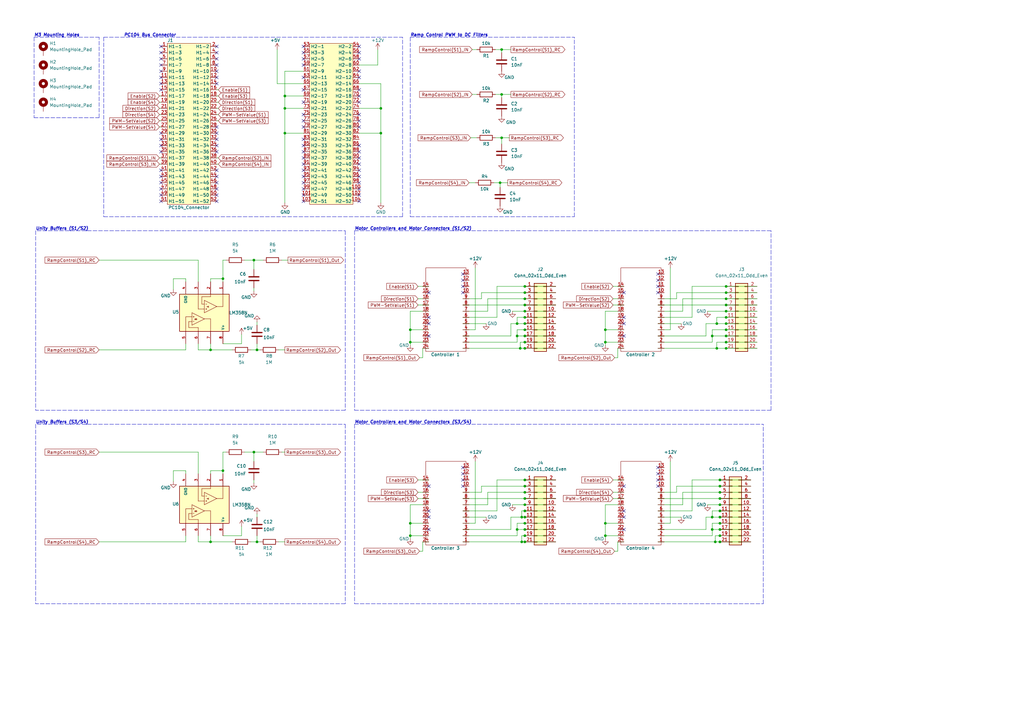
<source format=kicad_sch>
(kicad_sch (version 20211123) (generator eeschema)
  (paper "A3")
  (junction (at 86.36 222.25))
  (junction (at 295.275 214.63))
  (junction (at 213.995 222.25))
  (junction (at 294.005 132.715))
  (junction (at 215.265 219.71))
  (junction (at 295.275 209.55))
  (junction (at 297.815 135.255))
  (junction (at 215.265 222.25))
  (junction (at 297.815 140.335))
  (junction (at 215.265 130.175))
  (junction (at 104.14 106.68))
  (junction (at 295.275 201.93))
  (junction (at 215.265 209.55))
  (junction (at 295.275 222.25))
  (junction (at 91.44 193.04))
  (junction (at 297.815 117.475))
  (junction (at 292.1 137.795))
  (junction (at 105.41 143.51))
  (junction (at 295.275 199.39))
  (junction (at 297.815 127.635))
  (junction (at 248.285 140.335))
  (junction (at 212.09 132.715))
  (junction (at 105.41 222.25))
  (junction (at 297.815 142.875))
  (junction (at 212.09 217.17))
  (junction (at 215.265 122.555))
  (junction (at 215.265 142.875))
  (junction (at 248.285 214.63))
  (junction (at 297.815 122.555))
  (junction (at 215.265 207.01))
  (junction (at 295.275 207.01))
  (junction (at 295.275 219.71))
  (junction (at 205.105 74.93))
  (junction (at 292.1 217.17))
  (junction (at 156.21 54.61))
  (junction (at 215.265 199.39))
  (junction (at 205.74 56.515))
  (junction (at 297.815 130.175))
  (junction (at 116.84 39.37))
  (junction (at 168.275 214.63))
  (junction (at 293.37 222.25))
  (junction (at 248.285 135.255))
  (junction (at 297.815 125.095))
  (junction (at 168.275 219.71))
  (junction (at 213.995 212.09))
  (junction (at 215.265 217.17))
  (junction (at 292.1 212.09))
  (junction (at 215.265 132.715))
  (junction (at 215.265 204.47))
  (junction (at 213.36 142.875))
  (junction (at 116.84 54.61))
  (junction (at 295.275 212.09))
  (junction (at 297.815 120.015))
  (junction (at 91.44 114.3))
  (junction (at 294.005 142.875))
  (junction (at 168.275 140.335))
  (junction (at 215.265 125.095))
  (junction (at 295.275 196.85))
  (junction (at 168.275 135.255))
  (junction (at 297.815 137.795))
  (junction (at 215.265 214.63))
  (junction (at 295.275 204.47))
  (junction (at 215.265 201.93))
  (junction (at 86.36 143.51))
  (junction (at 215.265 137.795))
  (junction (at 215.265 140.335))
  (junction (at 215.265 135.255))
  (junction (at 297.815 132.715))
  (junction (at 156.21 44.45))
  (junction (at 215.265 196.85))
  (junction (at 215.265 127.635))
  (junction (at 212.09 137.795))
  (junction (at 215.265 120.015))
  (junction (at 248.285 219.71))
  (junction (at 215.265 117.475))
  (junction (at 104.14 185.42))
  (junction (at 295.275 217.17))
  (junction (at 215.265 212.09))
  (junction (at 205.74 20.32))
  (junction (at 116.84 44.45))
  (junction (at 205.74 38.735))
  (no_connect (at 66.04 54.61))
  (no_connect (at 175.895 130.175))
  (no_connect (at 175.895 199.39))
  (no_connect (at 255.905 130.175))
  (no_connect (at 147.32 49.53))
  (no_connect (at 66.04 36.83))
  (no_connect (at 175.895 212.09))
  (no_connect (at 88.9 34.29))
  (no_connect (at 66.04 59.69))
  (no_connect (at 255.905 217.17))
  (no_connect (at 66.04 29.21))
  (no_connect (at 66.04 19.05))
  (no_connect (at 66.04 21.59))
  (no_connect (at 66.04 24.13))
  (no_connect (at 66.04 26.67))
  (no_connect (at 66.04 69.85))
  (no_connect (at 66.04 72.39))
  (no_connect (at 66.04 74.93))
  (no_connect (at 66.04 77.47))
  (no_connect (at 66.04 80.01))
  (no_connect (at 66.04 82.55))
  (no_connect (at 88.9 82.55))
  (no_connect (at 88.9 80.01))
  (no_connect (at 88.9 77.47))
  (no_connect (at 88.9 74.93))
  (no_connect (at 88.9 72.39))
  (no_connect (at 88.9 69.85))
  (no_connect (at 88.9 57.15))
  (no_connect (at 88.9 19.05))
  (no_connect (at 88.9 21.59))
  (no_connect (at 88.9 24.13))
  (no_connect (at 88.9 26.67))
  (no_connect (at 124.46 31.75))
  (no_connect (at 124.46 19.05))
  (no_connect (at 124.46 21.59))
  (no_connect (at 124.46 24.13))
  (no_connect (at 124.46 26.67))
  (no_connect (at 124.46 36.83))
  (no_connect (at 124.46 49.53))
  (no_connect (at 124.46 57.15))
  (no_connect (at 124.46 59.69))
  (no_connect (at 124.46 62.23))
  (no_connect (at 124.46 64.77))
  (no_connect (at 124.46 67.31))
  (no_connect (at 124.46 69.85))
  (no_connect (at 124.46 72.39))
  (no_connect (at 124.46 74.93))
  (no_connect (at 124.46 77.47))
  (no_connect (at 124.46 80.01))
  (no_connect (at 124.46 82.55))
  (no_connect (at 147.32 82.55))
  (no_connect (at 147.32 80.01))
  (no_connect (at 147.32 77.47))
  (no_connect (at 147.32 74.93))
  (no_connect (at 147.32 72.39))
  (no_connect (at 147.32 69.85))
  (no_connect (at 147.32 67.31))
  (no_connect (at 147.32 64.77))
  (no_connect (at 147.32 62.23))
  (no_connect (at 147.32 59.69))
  (no_connect (at 147.32 52.07))
  (no_connect (at 66.04 31.75))
  (no_connect (at 175.895 132.715))
  (no_connect (at 189.865 196.85))
  (no_connect (at 175.895 209.55))
  (no_connect (at 175.895 120.015))
  (no_connect (at 269.875 196.85))
  (no_connect (at 175.895 137.795))
  (no_connect (at 175.895 217.17))
  (no_connect (at 189.865 191.77))
  (no_connect (at 255.905 209.55))
  (no_connect (at 66.04 57.15))
  (no_connect (at 189.865 120.015))
  (no_connect (at 189.865 112.395))
  (no_connect (at 189.865 117.475))
  (no_connect (at 255.905 137.795))
  (no_connect (at 88.9 54.61))
  (no_connect (at 255.905 120.015))
  (no_connect (at 88.9 31.75))
  (no_connect (at 124.46 52.07))
  (no_connect (at 189.865 199.39))
  (no_connect (at 88.9 52.07))
  (no_connect (at 88.9 62.23))
  (no_connect (at 269.875 194.31))
  (no_connect (at 124.46 41.91))
  (no_connect (at 124.46 46.99))
  (no_connect (at 269.875 120.015))
  (no_connect (at 88.9 59.69))
  (no_connect (at 255.905 199.39))
  (no_connect (at 88.9 29.21))
  (no_connect (at 269.875 191.77))
  (no_connect (at 269.875 199.39))
  (no_connect (at 269.875 117.475))
  (no_connect (at 269.875 114.935))
  (no_connect (at 66.04 34.29))
  (no_connect (at 255.905 132.715))
  (no_connect (at 189.865 114.935))
  (no_connect (at 66.04 62.23))
  (no_connect (at 269.875 112.395))
  (no_connect (at 189.865 194.31))
  (no_connect (at 255.905 212.09))
  (no_connect (at 147.32 29.21))
  (no_connect (at 147.32 19.05))
  (no_connect (at 147.32 21.59))
  (no_connect (at 147.32 24.13))
  (no_connect (at 147.32 46.99))
  (no_connect (at 147.32 41.91))
  (no_connect (at 147.32 39.37))
  (no_connect (at 147.32 36.83))
  (no_connect (at 147.32 31.75))
  (wire (pts (xy 81.28 219.71) (xy 81.28 222.25)))
  (wire (pts (xy 215.265 207.01) (xy 210.185 207.01)))
  (wire (pts (xy 65.405 67.31) (xy 66.04 67.31)))
  (wire (pts (xy 280.035 127.635) (xy 269.875 127.635)))
  (wire (pts (xy 203.835 130.175) (xy 189.865 130.175)))
  (wire (pts (xy 248.285 207.01) (xy 248.285 214.63)))
  (wire (pts (xy 212.09 140.335) (xy 212.09 137.795)))
  (wire (pts (xy 280.035 201.93) (xy 280.035 207.01)))
  (wire (pts (xy 89.535 41.91) (xy 88.9 41.91)))
  (wire (pts (xy 212.09 130.175) (xy 212.09 132.715)))
  (wire (pts (xy 292.1 217.17) (xy 295.275 217.17)))
  (wire (pts (xy 213.36 140.335) (xy 213.36 142.875)))
  (wire (pts (xy 290.195 207.01) (xy 295.275 207.01)))
  (wire (pts (xy 205.74 56.515) (xy 205.74 59.055)))
  (wire (pts (xy 175.895 214.63) (xy 168.275 214.63)))
  (wire (pts (xy 104.14 185.42) (xy 104.14 189.23)))
  (wire (pts (xy 171.45 125.095) (xy 175.895 125.095)))
  (wire (pts (xy 197.485 201.93) (xy 189.865 201.93)))
  (wire (pts (xy 200.025 122.555) (xy 200.025 127.635)))
  (wire (pts (xy 212.09 217.17) (xy 212.09 214.63)))
  (wire (pts (xy 295.275 204.47) (xy 269.875 204.47)))
  (wire (pts (xy 248.285 135.255) (xy 248.285 140.335)))
  (wire (pts (xy 104.14 106.68) (xy 107.95 106.68)))
  (wire (pts (xy 215.265 140.335) (xy 213.36 140.335)))
  (wire (pts (xy 292.1 214.63) (xy 295.275 214.63)))
  (wire (pts (xy 171.45 117.475) (xy 175.895 117.475)))
  (wire (pts (xy 99.06 215.9) (xy 99.06 219.71)))
  (wire (pts (xy 215.265 130.175) (xy 212.09 130.175)))
  (wire (pts (xy 71.12 193.04) (xy 76.2 193.04)))
  (wire (pts (xy 91.44 140.97) (xy 99.06 140.97)))
  (wire (pts (xy 205.74 56.515) (xy 208.915 56.515)))
  (polyline (pts (xy 42.545 15.24) (xy 42.545 88.9)))
  (wire (pts (xy 297.815 142.875) (xy 310.515 142.875)))
  (polyline (pts (xy 141.605 247.65) (xy 14.605 247.65)))
  (wire (pts (xy 124.46 34.29) (xy 113.665 34.29)))
  (wire (pts (xy 297.815 117.475) (xy 310.515 117.475)))
  (wire (pts (xy 105.41 212.09) (xy 105.41 210.82)))
  (wire (pts (xy 213.995 219.71) (xy 213.995 222.25)))
  (wire (pts (xy 76.2 143.51) (xy 76.2 140.97)))
  (wire (pts (xy 292.1 212.09) (xy 295.275 212.09)))
  (wire (pts (xy 104.14 196.85) (xy 104.14 198.12)))
  (polyline (pts (xy 168.275 88.9) (xy 235.585 88.9)))
  (polyline (pts (xy 145.415 168.275) (xy 316.23 168.275)))
  (wire (pts (xy 280.035 122.555) (xy 297.815 122.555)))
  (wire (pts (xy 279.4 212.09) (xy 269.875 212.09)))
  (wire (pts (xy 168.275 214.63) (xy 168.275 219.71)))
  (wire (pts (xy 203.835 209.55) (xy 189.865 209.55)))
  (wire (pts (xy 173.355 146.685) (xy 173.355 142.875)))
  (wire (pts (xy 65.405 46.99) (xy 66.04 46.99)))
  (wire (pts (xy 213.995 209.55) (xy 213.995 212.09)))
  (wire (pts (xy 280.035 122.555) (xy 280.035 127.635)))
  (wire (pts (xy 215.265 132.715) (xy 227.965 132.715)))
  (wire (pts (xy 194.945 135.255) (xy 189.865 135.255)))
  (wire (pts (xy 283.845 196.85) (xy 283.845 209.55)))
  (wire (pts (xy 205.74 38.735) (xy 209.55 38.735)))
  (wire (pts (xy 215.265 201.93) (xy 200.025 201.93)))
  (wire (pts (xy 76.2 222.25) (xy 76.2 219.71)))
  (wire (pts (xy 212.09 137.795) (xy 215.265 137.795)))
  (wire (pts (xy 212.09 217.17) (xy 215.265 217.17)))
  (wire (pts (xy 212.09 219.71) (xy 212.09 217.17)))
  (wire (pts (xy 105.41 133.35) (xy 105.41 132.08)))
  (wire (pts (xy 86.36 222.25) (xy 95.25 222.25)))
  (wire (pts (xy 65.405 44.45) (xy 66.04 44.45)))
  (wire (pts (xy 171.45 201.93) (xy 175.895 201.93)))
  (wire (pts (xy 292.1 137.795) (xy 292.1 135.255)))
  (wire (pts (xy 71.12 193.04) (xy 71.12 197.485)))
  (wire (pts (xy 251.46 201.93) (xy 255.905 201.93)))
  (wire (pts (xy 215.265 219.71) (xy 227.965 219.71)))
  (wire (pts (xy 295.275 207.01) (xy 307.975 207.01)))
  (wire (pts (xy 92.71 106.68) (xy 91.44 106.68)))
  (wire (pts (xy 292.1 209.55) (xy 292.1 212.09)))
  (wire (pts (xy 283.845 130.175) (xy 269.875 130.175)))
  (wire (pts (xy 147.32 54.61) (xy 156.21 54.61)))
  (wire (pts (xy 91.44 106.68) (xy 91.44 114.3)))
  (wire (pts (xy 215.265 135.255) (xy 227.965 135.255)))
  (wire (pts (xy 292.1 217.17) (xy 292.1 214.63)))
  (wire (pts (xy 297.815 125.095) (xy 310.515 125.095)))
  (wire (pts (xy 252.095 226.06) (xy 253.365 226.06)))
  (wire (pts (xy 86.36 114.3) (xy 86.36 115.57)))
  (wire (pts (xy 199.39 132.715) (xy 189.865 132.715)))
  (wire (pts (xy 100.33 185.42) (xy 104.14 185.42)))
  (wire (pts (xy 252.095 146.685) (xy 253.365 146.685)))
  (wire (pts (xy 173.355 142.875) (xy 175.895 142.875)))
  (wire (pts (xy 297.815 132.715) (xy 310.515 132.715)))
  (wire (pts (xy 279.4 132.715) (xy 269.875 132.715)))
  (wire (pts (xy 269.875 142.875) (xy 294.005 142.875)))
  (wire (pts (xy 283.845 117.475) (xy 297.815 117.475)))
  (wire (pts (xy 295.275 219.71) (xy 307.975 219.71)))
  (wire (pts (xy 40.64 106.68) (xy 81.28 106.68)))
  (wire (pts (xy 189.865 217.17) (xy 209.55 217.17)))
  (wire (pts (xy 251.46 204.47) (xy 255.905 204.47)))
  (wire (pts (xy 294.005 132.715) (xy 289.56 132.715)))
  (wire (pts (xy 193.04 56.515) (xy 195.58 56.515)))
  (wire (pts (xy 205.74 20.32) (xy 209.55 20.32)))
  (wire (pts (xy 215.265 212.09) (xy 227.965 212.09)))
  (polyline (pts (xy 14.605 94.615) (xy 14.605 168.275)))
  (wire (pts (xy 205.105 74.93) (xy 208.28 74.93)))
  (wire (pts (xy 91.44 185.42) (xy 91.44 193.04)))
  (wire (pts (xy 81.28 185.42) (xy 81.28 194.31)))
  (wire (pts (xy 194.945 189.23) (xy 194.945 214.63)))
  (polyline (pts (xy 15.24 94.615) (xy 141.605 94.615)))
  (wire (pts (xy 248.285 219.71) (xy 255.905 219.71)))
  (wire (pts (xy 213.995 219.71) (xy 215.265 219.71)))
  (wire (pts (xy 283.845 196.85) (xy 295.275 196.85)))
  (wire (pts (xy 277.495 120.015) (xy 277.495 122.555)))
  (wire (pts (xy 215.265 207.01) (xy 227.965 207.01)))
  (wire (pts (xy 189.865 125.095) (xy 215.265 125.095)))
  (wire (pts (xy 277.495 199.39) (xy 295.275 199.39)))
  (wire (pts (xy 269.875 137.795) (xy 289.56 137.795)))
  (wire (pts (xy 115.57 185.42) (xy 116.84 185.42)))
  (wire (pts (xy 297.815 127.635) (xy 310.515 127.635)))
  (wire (pts (xy 105.41 143.51) (xy 106.68 143.51)))
  (wire (pts (xy 215.265 209.55) (xy 227.965 209.55)))
  (wire (pts (xy 197.485 122.555) (xy 189.865 122.555)))
  (polyline (pts (xy 13.97 15.24) (xy 13.97 48.26)))
  (wire (pts (xy 215.265 127.635) (xy 227.965 127.635)))
  (wire (pts (xy 113.665 34.29) (xy 113.665 20.32)))
  (wire (pts (xy 193.675 38.735) (xy 195.58 38.735)))
  (wire (pts (xy 116.84 39.37) (xy 116.84 29.21)))
  (wire (pts (xy 248.285 127.635) (xy 255.905 127.635)))
  (wire (pts (xy 215.265 222.25) (xy 227.965 222.25)))
  (wire (pts (xy 215.265 199.39) (xy 197.485 199.39)))
  (wire (pts (xy 215.265 214.63) (xy 227.965 214.63)))
  (wire (pts (xy 292.1 140.335) (xy 292.1 137.795)))
  (wire (pts (xy 215.265 125.095) (xy 227.965 125.095)))
  (wire (pts (xy 102.87 222.25) (xy 105.41 222.25)))
  (wire (pts (xy 116.84 44.45) (xy 116.84 39.37)))
  (wire (pts (xy 277.495 122.555) (xy 269.875 122.555)))
  (wire (pts (xy 91.44 194.31) (xy 91.44 193.04)))
  (wire (pts (xy 293.37 219.71) (xy 293.37 222.25)))
  (wire (pts (xy 65.405 41.91) (xy 66.04 41.91)))
  (polyline (pts (xy 42.545 88.9) (xy 165.1 88.9)))
  (wire (pts (xy 251.46 196.85) (xy 255.905 196.85)))
  (wire (pts (xy 293.37 222.25) (xy 295.275 222.25)))
  (polyline (pts (xy 235.585 88.9) (xy 235.585 15.24)))
  (wire (pts (xy 295.275 209.55) (xy 292.1 209.55)))
  (wire (pts (xy 81.28 106.68) (xy 81.28 115.57)))
  (wire (pts (xy 215.265 204.47) (xy 189.865 204.47)))
  (wire (pts (xy 194.945 109.855) (xy 194.945 135.255)))
  (wire (pts (xy 194.945 214.63) (xy 189.865 214.63)))
  (polyline (pts (xy 40.64 48.26) (xy 40.64 15.24)))
  (wire (pts (xy 168.275 219.71) (xy 175.895 219.71)))
  (wire (pts (xy 189.865 142.875) (xy 213.36 142.875)))
  (wire (pts (xy 102.87 143.51) (xy 105.41 143.51)))
  (wire (pts (xy 289.56 132.715) (xy 289.56 137.795)))
  (wire (pts (xy 215.265 217.17) (xy 227.965 217.17)))
  (wire (pts (xy 248.285 140.335) (xy 255.905 140.335)))
  (wire (pts (xy 199.39 212.09) (xy 189.865 212.09)))
  (wire (pts (xy 91.44 219.71) (xy 99.06 219.71)))
  (wire (pts (xy 105.41 140.97) (xy 105.41 143.51)))
  (wire (pts (xy 171.45 122.555) (xy 175.895 122.555)))
  (wire (pts (xy 200.025 122.555) (xy 215.265 122.555)))
  (wire (pts (xy 92.71 185.42) (xy 91.44 185.42)))
  (polyline (pts (xy 15.24 173.99) (xy 141.605 173.99)))
  (wire (pts (xy 255.905 135.255) (xy 248.285 135.255)))
  (wire (pts (xy 294.005 132.715) (xy 297.815 132.715)))
  (polyline (pts (xy 145.415 94.615) (xy 145.415 168.275)))
  (wire (pts (xy 294.005 140.335) (xy 294.005 142.875)))
  (wire (pts (xy 215.265 137.795) (xy 227.965 137.795)))
  (wire (pts (xy 215.265 122.555) (xy 227.965 122.555)))
  (wire (pts (xy 295.275 209.55) (xy 307.975 209.55)))
  (wire (pts (xy 295.275 199.39) (xy 307.975 199.39)))
  (wire (pts (xy 297.815 120.015) (xy 310.515 120.015)))
  (wire (pts (xy 203.835 117.475) (xy 215.265 117.475)))
  (wire (pts (xy 147.32 26.67) (xy 154.94 26.67)))
  (wire (pts (xy 274.955 109.855) (xy 274.955 135.255)))
  (wire (pts (xy 294.005 142.875) (xy 297.815 142.875)))
  (wire (pts (xy 269.875 219.71) (xy 292.1 219.71)))
  (wire (pts (xy 71.12 114.3) (xy 76.2 114.3)))
  (polyline (pts (xy 168.275 15.24) (xy 235.585 15.24)))
  (wire (pts (xy 175.895 135.255) (xy 168.275 135.255)))
  (wire (pts (xy 205.74 38.735) (xy 205.74 40.005)))
  (wire (pts (xy 215.265 196.85) (xy 203.835 196.85)))
  (wire (pts (xy 65.405 39.37) (xy 66.04 39.37)))
  (wire (pts (xy 253.365 146.685) (xy 253.365 142.875)))
  (wire (pts (xy 295.275 222.25) (xy 307.975 222.25)))
  (wire (pts (xy 104.14 185.42) (xy 107.95 185.42)))
  (wire (pts (xy 156.21 44.45) (xy 156.21 34.29)))
  (wire (pts (xy 289.56 212.09) (xy 289.56 217.17)))
  (wire (pts (xy 104.14 118.11) (xy 104.14 119.38)))
  (wire (pts (xy 277.495 201.93) (xy 269.875 201.93)))
  (polyline (pts (xy 141.605 94.615) (xy 141.605 168.275)))
  (wire (pts (xy 212.09 132.715) (xy 209.55 132.715)))
  (wire (pts (xy 172.085 226.06) (xy 173.355 226.06)))
  (wire (pts (xy 253.365 142.875) (xy 255.905 142.875)))
  (wire (pts (xy 292.1 137.795) (xy 297.815 137.795)))
  (wire (pts (xy 91.44 115.57) (xy 91.44 114.3)))
  (wire (pts (xy 255.905 214.63) (xy 248.285 214.63)))
  (wire (pts (xy 203.2 20.32) (xy 205.74 20.32)))
  (wire (pts (xy 197.485 120.015) (xy 215.265 120.015)))
  (wire (pts (xy 213.36 142.875) (xy 215.265 142.875)))
  (wire (pts (xy 203.2 38.735) (xy 205.74 38.735)))
  (wire (pts (xy 99.06 137.16) (xy 99.06 140.97)))
  (wire (pts (xy 248.285 214.63) (xy 248.285 219.71)))
  (wire (pts (xy 81.28 143.51) (xy 86.36 143.51)))
  (wire (pts (xy 212.09 132.715) (xy 215.265 132.715)))
  (wire (pts (xy 215.265 199.39) (xy 227.965 199.39)))
  (wire (pts (xy 294.005 130.175) (xy 294.005 132.715)))
  (wire (pts (xy 86.36 193.04) (xy 86.36 194.31)))
  (wire (pts (xy 197.485 199.39) (xy 197.485 201.93)))
  (wire (pts (xy 248.285 127.635) (xy 248.285 135.255)))
  (wire (pts (xy 292.1 135.255) (xy 297.815 135.255)))
  (wire (pts (xy 269.875 125.095) (xy 297.815 125.095)))
  (wire (pts (xy 89.535 67.31) (xy 88.9 67.31)))
  (wire (pts (xy 189.865 140.335) (xy 212.09 140.335)))
  (wire (pts (xy 251.46 125.095) (xy 255.905 125.095)))
  (wire (pts (xy 168.275 127.635) (xy 168.275 135.255)))
  (wire (pts (xy 297.815 135.255) (xy 310.515 135.255)))
  (wire (pts (xy 147.32 44.45) (xy 156.21 44.45)))
  (polyline (pts (xy 141.605 173.99) (xy 141.605 247.65)))
  (wire (pts (xy 193.675 20.32) (xy 195.58 20.32)))
  (wire (pts (xy 294.005 140.335) (xy 297.815 140.335)))
  (wire (pts (xy 215.265 196.85) (xy 227.965 196.85)))
  (wire (pts (xy 189.865 222.25) (xy 213.995 222.25)))
  (wire (pts (xy 292.1 219.71) (xy 292.1 217.17)))
  (polyline (pts (xy 14.605 173.99) (xy 14.605 247.65)))
  (wire (pts (xy 277.495 120.015) (xy 297.815 120.015)))
  (wire (pts (xy 156.21 54.61) (xy 156.21 44.45)))
  (wire (pts (xy 200.025 207.01) (xy 189.865 207.01)))
  (wire (pts (xy 215.265 117.475) (xy 227.965 117.475)))
  (wire (pts (xy 209.55 132.715) (xy 209.55 137.795)))
  (wire (pts (xy 209.55 212.09) (xy 209.55 217.17)))
  (wire (pts (xy 251.46 117.475) (xy 255.905 117.475)))
  (wire (pts (xy 40.64 185.42) (xy 81.28 185.42)))
  (wire (pts (xy 86.36 219.71) (xy 86.36 222.25)))
  (wire (pts (xy 269.875 222.25) (xy 293.37 222.25)))
  (wire (pts (xy 168.275 135.255) (xy 168.275 140.335)))
  (wire (pts (xy 114.3 143.51) (xy 116.84 143.51)))
  (wire (pts (xy 116.84 29.21) (xy 124.46 29.21)))
  (wire (pts (xy 251.46 122.555) (xy 255.905 122.555)))
  (polyline (pts (xy 145.415 94.615) (xy 316.23 94.615)))
  (wire (pts (xy 65.405 52.07) (xy 66.04 52.07)))
  (wire (pts (xy 213.995 212.09) (xy 209.55 212.09)))
  (polyline (pts (xy 145.415 173.99) (xy 145.415 247.65)))
  (wire (pts (xy 294.005 130.175) (xy 297.815 130.175)))
  (polyline (pts (xy 13.97 48.26) (xy 40.64 48.26)))
  (wire (pts (xy 203.2 56.515) (xy 205.74 56.515)))
  (wire (pts (xy 274.955 135.255) (xy 269.875 135.255)))
  (wire (pts (xy 212.09 137.795) (xy 212.09 135.255)))
  (polyline (pts (xy 141.605 168.275) (xy 14.605 168.275)))
  (wire (pts (xy 91.44 193.04) (xy 86.36 193.04)))
  (polyline (pts (xy 168.275 15.24) (xy 168.275 88.9)))
  (wire (pts (xy 86.36 143.51) (xy 95.25 143.51)))
  (polyline (pts (xy 313.055 247.65) (xy 313.055 173.99)))
  (wire (pts (xy 215.265 120.015) (xy 227.965 120.015)))
  (wire (pts (xy 205.105 74.93) (xy 205.105 76.835)))
  (wire (pts (xy 114.3 222.25) (xy 116.84 222.25)))
  (wire (pts (xy 215.265 209.55) (xy 213.995 209.55)))
  (wire (pts (xy 116.84 44.45) (xy 124.46 44.45)))
  (wire (pts (xy 91.44 114.3) (xy 86.36 114.3)))
  (wire (pts (xy 89.535 46.99) (xy 88.9 46.99)))
  (wire (pts (xy 65.405 49.53) (xy 66.04 49.53)))
  (wire (pts (xy 215.265 201.93) (xy 227.965 201.93)))
  (wire (pts (xy 215.265 140.335) (xy 227.965 140.335)))
  (wire (pts (xy 40.64 222.25) (xy 76.2 222.25)))
  (wire (pts (xy 215.265 142.875) (xy 227.965 142.875)))
  (wire (pts (xy 154.94 26.67) (xy 154.94 20.32)))
  (wire (pts (xy 168.275 127.635) (xy 175.895 127.635)))
  (wire (pts (xy 253.365 222.25) (xy 255.905 222.25)))
  (polyline (pts (xy 316.23 168.275) (xy 316.23 94.615)))
  (wire (pts (xy 168.275 207.01) (xy 175.895 207.01)))
  (wire (pts (xy 116.84 54.61) (xy 124.46 54.61)))
  (wire (pts (xy 295.275 217.17) (xy 307.975 217.17)))
  (wire (pts (xy 205.74 20.32) (xy 205.74 21.59)))
  (polyline (pts (xy 145.415 247.65) (xy 313.055 247.65)))
  (wire (pts (xy 116.84 54.61) (xy 116.84 44.45)))
  (wire (pts (xy 171.45 196.85) (xy 175.895 196.85)))
  (wire (pts (xy 280.035 207.01) (xy 269.875 207.01)))
  (wire (pts (xy 213.995 222.25) (xy 215.265 222.25)))
  (wire (pts (xy 65.405 64.77) (xy 66.04 64.77)))
  (wire (pts (xy 100.33 106.68) (xy 104.14 106.68)))
  (wire (pts (xy 71.12 114.3) (xy 71.12 118.745)))
  (wire (pts (xy 89.535 49.53) (xy 88.9 49.53)))
  (wire (pts (xy 253.365 226.06) (xy 253.365 222.25)))
  (wire (pts (xy 248.285 207.01) (xy 255.905 207.01)))
  (wire (pts (xy 189.865 219.71) (xy 212.09 219.71)))
  (wire (pts (xy 295.275 196.85) (xy 307.975 196.85)))
  (wire (pts (xy 292.1 212.09) (xy 289.56 212.09)))
  (wire (pts (xy 81.28 222.25) (xy 86.36 222.25)))
  (wire (pts (xy 295.275 212.09) (xy 307.975 212.09)))
  (wire (pts (xy 76.2 193.04) (xy 76.2 194.31)))
  (wire (pts (xy 274.955 214.63) (xy 269.875 214.63)))
  (wire (pts (xy 86.36 140.97) (xy 86.36 143.51)))
  (wire (pts (xy 168.275 140.335) (xy 175.895 140.335)))
  (wire (pts (xy 210.185 127.635) (xy 215.265 127.635)))
  (wire (pts (xy 116.84 83.185) (xy 116.84 54.61)))
  (wire (pts (xy 105.41 219.71) (xy 105.41 222.25)))
  (polyline (pts (xy 145.415 173.99) (xy 313.055 173.99)))
  (wire (pts (xy 171.45 204.47) (xy 175.895 204.47)))
  (wire (pts (xy 200.025 201.93) (xy 200.025 207.01)))
  (wire (pts (xy 197.485 120.015) (xy 197.485 122.555)))
  (wire (pts (xy 212.09 214.63) (xy 215.265 214.63)))
  (wire (pts (xy 173.355 222.25) (xy 175.895 222.25)))
  (wire (pts (xy 203.835 196.85) (xy 203.835 209.55)))
  (wire (pts (xy 89.535 44.45) (xy 88.9 44.45)))
  (wire (pts (xy 200.025 127.635) (xy 189.865 127.635)))
  (wire (pts (xy 173.355 226.06) (xy 173.355 222.25)))
  (wire (pts (xy 192.405 74.93) (xy 194.945 74.93)))
  (wire (pts (xy 248.285 219.71) (xy 248.285 220.98)))
  (wire (pts (xy 105.41 222.25) (xy 106.68 222.25)))
  (wire (pts (xy 297.815 130.175) (xy 310.515 130.175)))
  (wire (pts (xy 156.21 34.29) (xy 147.32 34.29)))
  (wire (pts (xy 156.21 83.185) (xy 156.21 54.61)))
  (wire (pts (xy 168.275 140.335) (xy 168.275 141.605)))
  (wire (pts (xy 248.285 140.335) (xy 248.285 141.605)))
  (wire (pts (xy 290.195 127.635) (xy 297.815 127.635)))
  (wire (pts (xy 212.09 135.255) (xy 215.265 135.255)))
  (wire (pts (xy 295.275 201.93) (xy 307.975 201.93)))
  (wire (pts (xy 297.815 140.335) (xy 310.515 140.335)))
  (wire (pts (xy 189.865 137.795) (xy 209.55 137.795)))
  (wire (pts (xy 295.275 204.47) (xy 307.975 204.47)))
  (wire (pts (xy 213.995 212.09) (xy 215.265 212.09)))
  (wire (pts (xy 277.495 199.39) (xy 277.495 201.93)))
  (polyline (pts (xy 42.545 15.24) (xy 165.1 15.24)))
  (polyline (pts (xy 165.1 88.9) (xy 165.1 15.24)))
  (wire (pts (xy 104.14 106.68) (xy 104.14 110.49)))
  (wire (pts (xy 168.275 207.01) (xy 168.275 214.63)))
  (wire (pts (xy 215.265 130.175) (xy 227.965 130.175)))
  (wire (pts (xy 274.955 189.23) (xy 274.955 214.63)))
  (wire (pts (xy 40.64 143.51) (xy 76.2 143.51)))
  (wire (pts (xy 215.265 204.47) (xy 227.965 204.47)))
  (wire (pts (xy 269.875 140.335) (xy 292.1 140.335)))
  (polyline (pts (xy 13.97 15.24) (xy 40.64 15.24)))
  (wire (pts (xy 89.535 39.37) (xy 88.9 39.37)))
  (wire (pts (xy 81.28 140.97) (xy 81.28 143.51)))
  (wire (pts (xy 76.2 114.3) (xy 76.2 115.57)))
  (wire (pts (xy 295.275 214.63) (xy 307.975 214.63)))
  (wire (pts (xy 283.845 117.475) (xy 283.845 130.175)))
  (wire (pts (xy 297.815 137.795) (xy 310.515 137.795)))
  (wire (pts (xy 202.565 74.93) (xy 205.105 74.93)))
  (wire (pts (xy 295.275 219.71) (xy 293.37 219.71)))
  (wire (pts (xy 203.835 117.475) (xy 203.835 130.175)))
  (wire (pts (xy 89.535 64.77) (xy 88.9 64.77)))
  (wire (pts (xy 115.57 106.68) (xy 118.11 106.68)))
  (wire (pts (xy 297.815 122.555) (xy 310.515 122.555)))
  (wire (pts (xy 89.535 36.83) (xy 88.9 36.83)))
  (wire (pts (xy 116.84 39.37) (xy 124.46 39.37)))
  (wire (pts (xy 168.275 219.71) (xy 168.275 220.98)))
  (wire (pts (xy 269.875 217.17) (xy 289.56 217.17)))
  (wire (pts (xy 295.275 201.93) (xy 280.035 201.93)))
  (wire (pts (xy 172.085 146.685) (xy 173.355 146.685)))
  (wire (pts (xy 283.845 209.55) (xy 269.875 209.55)))
  (text "Motor Controllers and Motor Connectors (S3/S4)\n" (at 145.415 173.99 0) (effects (font (size 1.27 1.27) (thickness 0.254) bold italic) (justify left bottom)))
  (text "M3 Mounting Holes\n" (at 13.97 15.24 0) (effects (font (size 1.27 1.27) (thickness 0.254) bold italic) (justify left bottom)))
  (text "Unity Buffers (S3/S4)" (at 14.605 173.99 0) (effects (font (size 1.27 1.27) (thickness 0.254) bold italic) (justify left bottom)))
  (text "Motor Controllers and Motor Connectors (S1/S2)\n" (at 145.415 94.615 0) (effects (font (size 1.27 1.27) (thickness 0.254) bold italic) (justify left bottom)))
  (text "PC104 Bus Connector" (at 50.8 15.24 0) (effects (font (size 1.27 1.27) (thickness 0.254) bold italic) (justify left bottom)))
  (text "Ramp Control PWM to DC Filters" (at 168.275 15.24 0) (effects (font (size 1.27 1.27) (thickness 0.254) bold italic) (justify left bottom)))
  (text "Unity Buffers (S1/S2)" (at 14.605 94.615 0) (effects (font (size 1.27 1.27) (thickness 0.254) bold italic) (justify left bottom)))
  (global_label "Direction(S1)" (shape input) (at 171.45 122.555 180) (property "Intersheet References" "${INTERSHEET_REFS}" (effects hide)))
  (global_label "Direction(S2)" (shape input) (at 251.46 122.555 180) (property "Intersheet References" "${INTERSHEET_REFS}" (effects hide)))
  (global_label "Enable(S4)" (shape input) (at 251.46 196.85 180) (property "Intersheet References" "${INTERSHEET_REFS}" (effects hide)))
  (global_label "RampControl(S4)_Out" (shape input) (at 252.095 226.06 180) (property "Intersheet References" "${INTERSHEET_REFS}" (effects hide)))
  (global_label "RampControl(S1)_IN" (shape input) (at 193.675 20.32 180) (property "Intersheet References" "${INTERSHEET_REFS}" (effects hide)))
  (global_label "PWM-SetValue(S1)" (shape input) (at 89.535 46.99 0) (property "Intersheet References" "${INTERSHEET_REFS}" (effects hide)))
  (global_label "Enable(S1)" (shape input) (at 89.535 36.83 0) (property "Intersheet References" "${INTERSHEET_REFS}" (effects hide)))
  (global_label "RampControl(S4)_RC" (shape input) (at 40.64 222.25 180) (property "Intersheet References" "${INTERSHEET_REFS}" (effects hide)))
  (global_label "RampControl(S1)_IN" (shape input) (at 65.405 64.77 180) (property "Intersheet References" "${INTERSHEET_REFS}" (effects hide)))
  (global_label "PWM-SetValue(S4)" (shape input) (at 251.46 204.47 180) (property "Intersheet References" "${INTERSHEET_REFS}" (effects hide)))
  (global_label "Direction(S1)" (shape input) (at 89.535 41.91 0) (property "Intersheet References" "${INTERSHEET_REFS}" (effects hide)))
  (global_label "RampControl(S4)_IN" (shape input) (at 89.535 67.31 0) (property "Intersheet References" "${INTERSHEET_REFS}" (effects hide)))
  (global_label "Enable(S2)" (shape input) (at 251.46 117.475 180) (property "Intersheet References" "${INTERSHEET_REFS}" (effects hide)))
  (global_label "RampControl(S3)_RC" (shape output) (at 208.915 56.515 0) (property "Intersheet References" "${INTERSHEET_REFS}" (effects hide)))
  (global_label "RampControl(S2)_Out" (shape output) (at 116.84 143.51 0) (property "Intersheet References" "${INTERSHEET_REFS}" (effects hide)))
  (global_label "RampControl(S2)_Out" (shape input) (at 252.095 146.685 180) (property "Intersheet References" "${INTERSHEET_REFS}" (effects hide)))
  (global_label "Direction(S4)" (shape input) (at 251.46 201.93 180) (property "Intersheet References" "${INTERSHEET_REFS}" (effects hide)))
  (global_label "RampControl(S4)_Out" (shape output) (at 116.84 222.25 0) (property "Intersheet References" "${INTERSHEET_REFS}" (effects hide)))
  (global_label "Enable(S3)" (shape input) (at 171.45 196.85 180) (property "Intersheet References" "${INTERSHEET_REFS}" (effects hide)))
  (global_label "RampControl(S4)_IN" (shape input) (at 192.405 74.93 180) (property "Intersheet References" "${INTERSHEET_REFS}" (effects hide)))
  (global_label "PWM-SetValue(S4)" (shape input) (at 65.405 52.07 180) (property "Intersheet References" "${INTERSHEET_REFS}" (effects hide)))
  (global_label "RampControl(S2)_IN" (shape input) (at 193.675 38.735 180) (property "Intersheet References" "${INTERSHEET_REFS}" (effects hide)))
  (global_label "Enable(S4)" (shape input) (at 65.405 41.91 180) (property "Intersheet References" "${INTERSHEET_REFS}" (effects hide)))
  (global_label "RampControl(S1)_Out" (shape output) (at 118.11 106.68 0) (property "Intersheet References" "${INTERSHEET_REFS}" (effects hide)))
  (global_label "PWM-SetValue(S2)" (shape input) (at 251.46 125.095 180) (property "Intersheet References" "${INTERSHEET_REFS}" (effects hide)))
  (global_label "PWM-SetValue(S1)" (shape input) (at 171.45 125.095 180) (property "Intersheet References" "${INTERSHEET_REFS}" (effects hide)))
  (global_label "Direction(S3)" (shape input) (at 171.45 201.93 180) (property "Intersheet References" "${INTERSHEET_REFS}" (effects hide)))
  (global_label "RampControl(S3)_Out" (shape input) (at 172.085 226.06 180) (property "Intersheet References" "${INTERSHEET_REFS}" (effects hide)))
  (global_label "Direction(S2)" (shape input) (at 65.405 44.45 180) (property "Intersheet References" "${INTERSHEET_REFS}" (effects hide)))
  (global_label "RampControl(S4)_RC" (shape output) (at 208.28 74.93 0) (property "Intersheet References" "${INTERSHEET_REFS}" (effects hide)))
  (global_label "RampControl(S1)_RC" (shape input) (at 40.64 106.68 180) (property "Intersheet References" "${INTERSHEET_REFS}" (effects hide)))
  (global_label "Direction(S3)" (shape input) (at 89.535 44.45 0) (property "Intersheet References" "${INTERSHEET_REFS}" (effects hide)))
  (global_label "RampControl(S3)_RC" (shape input) (at 40.64 185.42 180) (property "Intersheet References" "${INTERSHEET_REFS}" (effects hide)))
  (global_label "Enable(S2)" (shape input) (at 65.405 39.37 180) (property "Intersheet References" "${INTERSHEET_REFS}" (effects hide)))
  (global_label "RampControl(S1)_RC" (shape output) (at 209.55 20.32 0) (property "Intersheet References" "${INTERSHEET_REFS}" (effects hide)))
  (global_label "PWM-SetValue(S2)" (shape input) (at 65.405 49.53 180) (property "Intersheet References" "${INTERSHEET_REFS}" (effects hide)))
  (global_label "RampControl(S3)_Out" (shape output) (at 116.84 185.42 0) (property "Intersheet References" "${INTERSHEET_REFS}" (effects hide)))
  (global_label "Enable(S1)" (shape input) (at 171.45 117.475 180) (property "Intersheet References" "${INTERSHEET_REFS}" (effects hide)))
  (global_label "RampControl(S3)_IN" (shape input) (at 65.405 67.31 180) (property "Intersheet References" "${INTERSHEET_REFS}" (effects hide)))
  (global_label "RampControl(S2)_IN" (shape input) (at 89.535 64.77 0) (property "Intersheet References" "${INTERSHEET_REFS}" (effects hide)))
  (global_label "RampControl(S3)_IN" (shape input) (at 193.04 56.515 180) (property "Intersheet References" "${INTERSHEET_REFS}" (effects hide)))
  (global_label "PWM-SetValue(S3)" (shape input) (at 89.535 49.53 0) (property "Intersheet References" "${INTERSHEET_REFS}" (effects hide)))
  (global_label "Enable(S3)" (shape input) (at 89.535 39.37 0) (property "Intersheet References" "${INTERSHEET_REFS}" (effects hide)))
  (global_label "PWM-SetValue(S3)" (shape input) (at 171.45 204.47 180) (property "Intersheet References" "${INTERSHEET_REFS}" (effects hide)))
  (global_label "RampControl(S2)_RC" (shape input) (at 40.64 143.51 180) (property "Intersheet References" "${INTERSHEET_REFS}" (effects hide)))
  (global_label "RampControl(S2)_RC" (shape output) (at 209.55 38.735 0) (property "Intersheet References" "${INTERSHEET_REFS}" (effects hide)))
  (global_label "RampControl(S1)_Out" (shape input) (at 172.085 146.685 180) (property "Intersheet References" "${INTERSHEET_REFS}" (effects hide)))
  (global_label "Direction(S4)" (shape input) (at 65.405 46.99 180) (property "Intersheet References" "${INTERSHEET_REFS}" (effects hide)))
  (symbol (lib_id "Mechanical:MountingHole_Pad") (at 17.78 27.94 0) (unit 1)
    (property "Reference" "H2" (at 20.32 25.3999 0) (effects (justify left)))
    (property "Value" "MountingHole_Pad" (at 20.32 27.9399 0) (effects (justify left)))
    (property "Footprint" "MountingHole:MountingHole_3.2mm_M3_Pad_TopBottom" (effects hide))
  )
  (symbol (lib_id "power:GND") (at 105.41 210.82 0) (mirror x) (unit 1)
    (property "Reference" "#PWR0102" (effects hide))
    (property "Value" "GND" (at 102.235 208.28 0))
  )
  (symbol (lib_id "Device:C") (at 105.41 215.9 0) (unit 1)
    (property "Reference" "C12" (at 107.95 213.995 0) (effects (justify left)))
    (property "Value" "10nF" (at 107.95 217.17 0) (effects (justify left)))
    (property "Footprint" "Capacitor_SMD:C_0603_1608Metric" (effects hide))
  )
  (symbol (lib_id "Device:C") (at 205.74 43.815 180) (unit 1)
    (property "Reference" "C2" (at 209.55 42.5449 0) (effects (justify right)))
    (property "Value" "10nF" (at 209.55 45.0849 0) (effects (justify right)))
    (property "Footprint" "Capacitor_SMD:C_0603_1608Metric" (effects hide))
  )
  (symbol (lib_id "Device:R") (at 99.06 143.51 90) (unit 1)
    (property "Reference" "R7" (at 100.33 146.05 90) (effects (justify left)))
    (property "Value" "5k" (at 100.33 148.59 90) (effects (justify left)))
    (property "Footprint" "Resistor_SMD:R_0603_1608Metric" (effects hide))
  )
  (symbol (lib_id "power:GND") (at 279.4 132.715 0) (unit 1)
    (property "Reference" "#PWR013" (effects hide))
    (property "Value" "GND" (at 281.94 132.715 0))
  )
  (symbol (lib_id "power:GND") (at 116.84 83.185 0) (unit 1)
    (property "Reference" "#PWR0106" (effects hide))
    (property "Value" "GND" (at 114.935 86.995 0) (effects (justify left)))
  )
  (symbol (lib_id "power:GND") (at 210.185 127.635 0) (unit 1)
    (property "Reference" "#PWR07" (effects hide))
    (property "Value" "GND" (at 207.645 127.635 0))
  )
  (symbol (lib_id "power:+12V") (at 154.94 20.32 0) (unit 1)
    (property "Reference" "#PWR0111" (effects hide))
    (property "Value" "+12V" (at 154.94 16.51 0))
  )
  (symbol (lib_id "power:GND") (at 105.41 132.08 0) (mirror x) (unit 1)
    (property "Reference" "#PWR027" (effects hide))
    (property "Value" "GND" (at 102.235 129.54 0))
  )
  (symbol (lib_id "power:GND") (at 290.195 207.01 0) (unit 1)
    (property "Reference" "#PWR016" (effects hide))
    (property "Value" "GND" (at 287.655 207.01 0))
  )
  (symbol (lib_id "Connector_Generic:Conn_02x11_Odd_Even") (at 300.355 209.55 0) (unit 1)
    (property "Reference" "J5" (at 301.625 189.865 0))
    (property "Value" "Conn_02x11_Odd_Even" (at 301.625 192.405 0))
    (property "Footprint" "qset-footprints:1-1734248-1-reaction-wheel-connector" (effects hide))
  )
  (symbol (lib_id "power:GND") (at 104.14 119.38 0) (unit 1)
    (property "Reference" "#PWR026" (effects hide))
    (property "Value" "GND" (at 100.965 121.92 0))
  )
  (symbol (lib_id "power:GND") (at 248.285 141.605 0) (unit 1)
    (property "Reference" "#PWR09" (effects hide))
    (property "Value" "GND" (at 245.745 141.605 0))
  )
  (symbol (lib_id "power:+12V") (at 274.955 109.855 0) (unit 1)
    (property "Reference" "#PWR011" (effects hide))
    (property "Value" "+12V" (at 274.955 106.045 0))
  )
  (symbol (lib_id "Device:C") (at 104.14 193.04 180) (unit 1)
    (property "Reference" "C10" (at 100.965 191.135 0) (effects (justify left)))
    (property "Value" "10nF" (at 100.965 194.31 0) (effects (justify left)))
    (property "Footprint" "Capacitor_SMD:C_0603_1608Metric" (effects hide))
  )
  (symbol (lib_id "Device:R") (at 199.39 56.515 90) (unit 1)
    (property "Reference" "R3" (at 199.39 59.055 90))
    (property "Value" "10k" (at 199.39 53.975 90))
    (property "Footprint" "Resistor_SMD:R_0603_1608Metric" (effects hide))
  )
  (symbol (lib_id "Device:R") (at 198.755 74.93 90) (unit 1)
    (property "Reference" "R4" (at 198.755 72.39 90))
    (property "Value" "10k" (at 198.755 77.47 90))
    (property "Footprint" "Resistor_SMD:R_0603_1608Metric" (effects hide))
  )
  (symbol (lib_id "Mechanical:MountingHole_Pad") (at 17.78 20.32 0) (unit 1)
    (property "Reference" "H1" (at 20.32 17.7799 0) (effects (justify left)))
    (property "Value" "MountingHole_Pad" (at 20.32 20.3199 0) (effects (justify left)))
    (property "Footprint" "MountingHole:MountingHole_3.2mm_M3_Pad_TopBottom" (effects hide))
  )
  (symbol (lib_id "UpdatedControllerBoardSchematic-rescue:Escon24.2-symbols-Controller_Board-rescue-UpdatedController-rescue") (at 192.405 210.82 270) (unit 1)
    (property "Reference" "U3" (effects hide))
    (property "Value" "Controller 3" (at 188.595 224.79 90) (effects (justify right)))
    (property "Footprint" "qset-footprints:Escon24.2" (effects hide))
  )
  (symbol (lib_id "power:GND") (at 71.12 197.485 0) (unit 1)
    (property "Reference" "#PWR0105" (effects hide))
    (property "Value" "GND" (at 67.945 200.025 0))
  )
  (symbol (lib_id "Connector_Generic:Conn_02x11_Odd_Even") (at 220.345 130.175 0) (unit 1)
    (property "Reference" "J2" (at 221.615 110.49 0))
    (property "Value" "Conn_02x11_Odd_Even" (at 221.615 113.03 0))
    (property "Footprint" "qset-footprints:1-1734248-1-reaction-wheel-connector" (effects hide))
  )
  (symbol (lib_id "power:+5V") (at 99.06 137.16 0) (unit 1)
    (property "Reference" "#PWR025" (effects hide))
    (property "Value" "+5V" (at 101.6 134.62 0))
  )
  (symbol (lib_id "power:+5V") (at 99.06 215.9 0) (unit 1)
    (property "Reference" "#PWR0101" (effects hide))
    (property "Value" "+5V" (at 101.6 213.36 0))
  )
  (symbol (lib_id "Device:C") (at 105.41 137.16 0) (unit 1)
    (property "Reference" "C8" (at 107.95 135.255 0) (effects (justify left)))
    (property "Value" "10nF" (at 107.95 138.43 0) (effects (justify left)))
    (property "Footprint" "Capacitor_SMD:C_0603_1608Metric" (effects hide))
  )
  (symbol (lib_id "Connector_Generic:Conn_02x11_Odd_Even") (at 220.345 209.55 0) (unit 1)
    (property "Reference" "J4" (at 221.615 189.865 0))
    (property "Value" "Conn_02x11_Odd_Even" (at 221.615 192.405 0))
    (property "Footprint" "qset-footprints:1-1734248-1-reaction-wheel-connector" (effects hide))
  )
  (symbol (lib_id "power:GND") (at 205.74 29.21 0) (unit 1)
    (property "Reference" "#PWR0116" (effects hide))
    (property "Value" "GND" (at 208.915 31.75 0))
  )
  (symbol (lib_id "Device:R") (at 111.76 185.42 270) (unit 1)
    (property "Reference" "R10" (at 111.76 179.07 90))
    (property "Value" "1M" (at 111.76 181.61 90))
    (property "Footprint" "Resistor_SMD:R_0603_1608Metric" (effects hide))
  )
  (symbol (lib_id "power:GND") (at 205.74 47.625 0) (unit 1)
    (property "Reference" "#PWR0113" (effects hide))
    (property "Value" "GND" (at 209.55 50.165 0))
  )
  (symbol (lib_id "Device:R") (at 199.39 20.32 90) (unit 1)
    (property "Reference" "R1" (at 199.39 22.86 90))
    (property "Value" "10k" (at 199.39 17.78 90))
    (property "Footprint" "Resistor_SMD:R_0603_1608Metric" (effects hide))
  )
  (symbol (lib_id "Device:R") (at 111.76 106.68 270) (unit 1)
    (property "Reference" "R6" (at 111.76 100.33 90))
    (property "Value" "1M" (at 111.76 102.87 90))
    (property "Footprint" "Resistor_SMD:R_0603_1608Metric" (effects hide))
  )
  (symbol (lib_id "power:+12V") (at 274.955 189.23 0) (unit 1)
    (property "Reference" "#PWR012" (effects hide))
    (property "Value" "+12V" (at 274.955 185.42 0))
  )
  (symbol (lib_id "UpdatedControllerBoardSchematic-rescue:Escon24.2-symbols-Controller_Board-rescue-UpdatedController-rescue") (at 272.415 131.445 270) (unit 1)
    (property "Reference" "U2" (effects hide))
    (property "Value" "Controller 2" (at 268.605 145.415 90) (effects (justify right)))
    (property "Footprint" "qset-footprints:Escon24.2" (effects hide))
  )
  (symbol (lib_id "power:GND") (at 205.74 66.675 0) (unit 1)
    (property "Reference" "#PWR0114" (effects hide))
    (property "Value" "GND" (at 208.915 69.215 0))
  )
  (symbol (lib_id "Device:C") (at 104.14 114.3 180) (unit 1)
    (property "Reference" "C6" (at 100.965 112.395 0) (effects (justify left)))
    (property "Value" "10nF" (at 100.965 115.57 0) (effects (justify left)))
    (property "Footprint" "Capacitor_SMD:C_0603_1608Metric" (effects hide))
  )
  (symbol (lib_id "power:GND") (at 199.39 132.715 0) (unit 1)
    (property "Reference" "#PWR05" (effects hide))
    (property "Value" "GND" (at 201.93 132.715 0))
  )
  (symbol (lib_id "Mechanical:MountingHole_Pad") (at 17.78 43.18 0) (unit 1)
    (property "Reference" "H4" (at 20.32 40.6399 0) (effects (justify left)))
    (property "Value" "MountingHole_Pad" (at 20.32 43.1799 0) (effects (justify left)))
    (property "Footprint" "MountingHole:MountingHole_3.2mm_M3_Pad_TopBottom" (effects hide))
  )
  (symbol (lib_id "power:+5V") (at 113.665 20.32 0) (unit 1)
    (property "Reference" "#PWR021" (effects hide))
    (property "Value" "+5V" (at 114.935 16.51 0) (effects (justify right)))
  )
  (symbol (lib_id "Device:R") (at 199.39 38.735 90) (unit 1)
    (property "Reference" "R2" (at 199.39 41.275 90))
    (property "Value" "10k" (at 199.39 36.195 90))
    (property "Footprint" "Resistor_SMD:R_0603_1608Metric" (effects hide))
  )
  (symbol (lib_id "power:GND") (at 199.39 212.09 0) (unit 1)
    (property "Reference" "#PWR06" (effects hide))
    (property "Value" "GND" (at 201.93 212.09 0))
  )
  (symbol (lib_id "Device:C") (at 205.74 25.4 180) (unit 1)
    (property "Reference" "C1" (at 209.55 24.1299 0) (effects (justify right)))
    (property "Value" "10nF" (at 209.55 26.6699 0) (effects (justify right)))
    (property "Footprint" "Capacitor_SMD:C_0603_1608Metric" (effects hide))
  )
  (symbol (lib_id "Connector_Generic:Conn_02x11_Odd_Even") (at 302.895 130.175 0) (unit 1)
    (property "Reference" "J3" (at 304.165 110.49 0))
    (property "Value" "Conn_02x11_Odd_Even" (at 304.165 113.03 0))
    (property "Footprint" "qset-footprints:1-1734248-1-reaction-wheel-connector" (effects hide))
  )
  (symbol (lib_id "ADCS_Symbols:LM358") (at 95.25 207.01 270) (unit 1)
    (property "Reference" "U6" (at 72.0725 206.6925 90))
    (property "Value" "LM358N" (at 99.06 207.01 90))
    (property "Footprint" "qset-footprints:DIP794W45P254L959H508Q8" (effects hide))
  )
  (symbol (lib_id "power:GND") (at 210.185 207.01 0) (unit 1)
    (property "Reference" "#PWR08" (effects hide))
    (property "Value" "GND" (at 207.645 207.01 0))
  )
  (symbol (lib_id "Device:R") (at 96.52 106.68 270) (unit 1)
    (property "Reference" "R5" (at 96.52 100.33 90))
    (property "Value" "5k" (at 96.52 102.87 90))
    (property "Footprint" "Resistor_SMD:R_0603_1608Metric" (effects hide))
  )
  (symbol (lib_id "power:GND") (at 156.21 83.185 0) (unit 1)
    (property "Reference" "#PWR0104" (effects hide))
    (property "Value" "GND" (at 156.21 86.995 0))
  )
  (symbol (lib_id "Device:R") (at 110.49 143.51 90) (unit 1)
    (property "Reference" "R8" (at 111.76 146.05 90) (effects (justify left)))
    (property "Value" "1M" (at 111.76 148.59 90) (effects (justify left)))
    (property "Footprint" "Resistor_SMD:R_0603_1608Metric" (effects hide))
  )
  (symbol (lib_id "Device:C") (at 205.74 62.865 180) (unit 1)
    (property "Reference" "C3" (at 209.55 61.5949 0) (effects (justify right)))
    (property "Value" "10nF" (at 209.55 64.1349 0) (effects (justify right)))
    (property "Footprint" "Capacitor_SMD:C_0603_1608Metric" (effects hide))
  )
  (symbol (lib_id "UpdatedControllerBoardSchematic-rescue:Escon24.2-symbols-Controller_Board-rescue-UpdatedController-rescue") (at 272.415 210.82 270) (unit 1)
    (property "Reference" "U4" (effects hide))
    (property "Value" "Controller 4" (at 268.605 224.79 90) (effects (justify right)))
    (property "Footprint" "qset-footprints:Escon24.2" (effects hide))
  )
  (symbol (lib_id "Device:R") (at 96.52 185.42 270) (unit 1)
    (property "Reference" "R9" (at 96.52 179.07 90))
    (property "Value" "5k" (at 96.52 181.61 90))
    (property "Footprint" "Resistor_SMD:R_0603_1608Metric" (effects hide))
  )
  (symbol (lib_id "power:GND") (at 71.12 118.745 0) (unit 1)
    (property "Reference" "#PWR023" (effects hide))
    (property "Value" "GND" (at 67.945 121.285 0))
  )
  (symbol (lib_id "power:GND") (at 248.285 220.98 0) (unit 1)
    (property "Reference" "#PWR010" (effects hide))
    (property "Value" "GND" (at 245.745 220.98 0))
  )
  (symbol (lib_id "power:GND") (at 168.275 220.98 0) (unit 1)
    (property "Reference" "#PWR02" (effects hide))
    (property "Value" "GND" (at 165.735 220.98 0))
  )
  (symbol (lib_id "power:GND") (at 290.195 127.635 0) (unit 1)
    (property "Reference" "#PWR015" (effects hide))
    (property "Value" "GND" (at 287.655 127.635 0))
  )
  (symbol (lib_id "power:+12V") (at 194.945 189.23 0) (unit 1)
    (property "Reference" "#PWR04" (effects hide))
    (property "Value" "+12V" (at 194.945 185.42 0))
  )
  (symbol (lib_id "power:GND") (at 168.275 141.605 0) (unit 1)
    (property "Reference" "#PWR01" (effects hide))
    (property "Value" "GND" (at 165.735 141.605 0))
  )
  (symbol (lib_id "power:GND") (at 279.4 212.09 0) (unit 1)
    (property "Reference" "#PWR014" (effects hide))
    (property "Value" "GND" (at 281.94 212.09 0))
  )
  (symbol (lib_id "Device:C") (at 205.105 80.645 180) (unit 1)
    (property "Reference" "C4" (at 208.915 79.3749 0) (effects (justify right)))
    (property "Value" "10nF" (at 208.915 81.9149 0) (effects (justify right)))
    (property "Footprint" "Capacitor_SMD:C_0603_1608Metric" (effects hide))
  )
  (symbol (lib_id "Device:R") (at 110.49 222.25 90) (unit 1)
    (property "Reference" "R12" (at 111.76 224.79 90) (effects (justify left)))
    (property "Value" "1M" (at 111.76 227.33 90) (effects (justify left)))
    (property "Footprint" "Resistor_SMD:R_0603_1608Metric" (effects hide))
  )
  (symbol (lib_id "power:GND") (at 205.105 84.455 0) (unit 1)
    (property "Reference" "#PWR0115" (effects hide))
    (property "Value" "GND" (at 208.28 86.995 0))
  )
  (symbol (lib_id "qset-connector-library:PC104_Connector") (at 106.68 15.24 0) (unit 1)
    (property "Reference" "J1" (at 69.85 16.51 0))
    (property "Value" "PC104_Connector" (at 77.47 85.09 0))
    (property "Footprint" "qset-footprints:pc104-connector" (effects hide))
  )
  (symbol (lib_id "UpdatedControllerBoardSchematic-rescue:Escon24.2-symbols-Controller_Board-rescue-UpdatedController-rescue") (at 192.405 131.445 270) (unit 1)
    (property "Reference" "U1" (effects hide))
    (property "Value" "Controller 1" (at 188.595 145.415 90) (effects (justify right)))
    (property "Footprint" "qset-footprints:Escon24.2" (effects hide))
  )
  (symbol (lib_id "power:+12V") (at 194.945 109.855 0) (unit 1)
    (property "Reference" "#PWR03" (effects hide))
    (property "Value" "+12V" (at 194.945 106.045 0))
  )
  (symbol (lib_id "Mechanical:MountingHole_Pad") (at 17.78 35.56 0) (unit 1)
    (property "Reference" "H3" (at 20.32 33.0199 0) (effects (justify left)))
    (property "Value" "MountingHole_Pad" (at 20.32 35.5599 0) (effects (justify left)))
    (property "Footprint" "MountingHole:MountingHole_3.2mm_M3_Pad_TopBottom" (effects hide))
  )
  (symbol (lib_id "Device:R") (at 99.06 222.25 90) (unit 1)
    (property "Reference" "R11" (at 100.33 224.79 90) (effects (justify left)))
    (property "Value" "5k" (at 100.33 227.33 90) (effects (justify left)))
    (property "Footprint" "Resistor_SMD:R_0603_1608Metric" (effects hide))
  )
  (symbol (lib_id "power:GND") (at 104.14 198.12 0) (unit 1)
    (property "Reference" "#PWR0103" (effects hide))
    (property "Value" "GND" (at 100.965 200.66 0))
  )
  (symbol (lib_id "ADCS_Symbols:LM358") (at 95.25 128.27 270) (unit 1)
    (property "Reference" "U5" (at 72.0725 127.9525 90))
    (property "Value" "LM358N" (at 97.79 128.27 90))
    (property "Footprint" "qset-footprints:DIP794W45P254L959H508Q8" (effects hide))
  )
)
</source>
